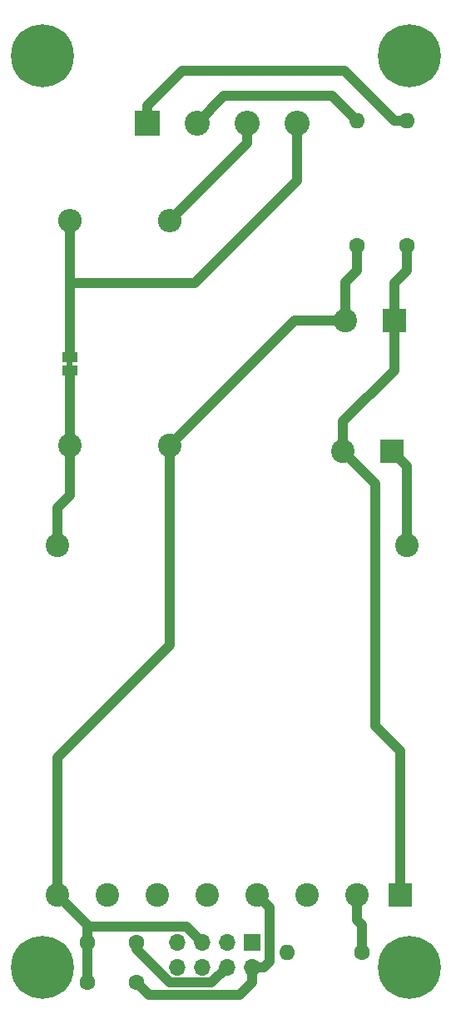
<source format=gbr>
G04 #@! TF.GenerationSoftware,KiCad,Pcbnew,8.0.1*
G04 #@! TF.CreationDate,2024-03-23T11:28:12-07:00*
G04 #@! TF.ProjectId,pbx_ring_gen,7062785f-7269-46e6-975f-67656e2e6b69,2*
G04 #@! TF.SameCoordinates,Original*
G04 #@! TF.FileFunction,Copper,L2,Bot*
G04 #@! TF.FilePolarity,Positive*
%FSLAX46Y46*%
G04 Gerber Fmt 4.6, Leading zero omitted, Abs format (unit mm)*
G04 Created by KiCad (PCBNEW 8.0.1) date 2024-03-23 11:28:12*
%MOMM*%
%LPD*%
G01*
G04 APERTURE LIST*
G04 #@! TA.AperFunction,EtchedComponent*
%ADD10C,0.000000*%
G04 #@! TD*
G04 #@! TA.AperFunction,ComponentPad*
%ADD11R,1.700000X1.700000*%
G04 #@! TD*
G04 #@! TA.AperFunction,ComponentPad*
%ADD12O,1.700000X1.700000*%
G04 #@! TD*
G04 #@! TA.AperFunction,ComponentPad*
%ADD13C,1.600000*%
G04 #@! TD*
G04 #@! TA.AperFunction,ComponentPad*
%ADD14O,1.600000X1.600000*%
G04 #@! TD*
G04 #@! TA.AperFunction,ComponentPad*
%ADD15C,6.400000*%
G04 #@! TD*
G04 #@! TA.AperFunction,ComponentPad*
%ADD16R,2.400000X2.400000*%
G04 #@! TD*
G04 #@! TA.AperFunction,ComponentPad*
%ADD17C,2.400000*%
G04 #@! TD*
G04 #@! TA.AperFunction,ComponentPad*
%ADD18O,2.400000X2.400000*%
G04 #@! TD*
G04 #@! TA.AperFunction,ComponentPad*
%ADD19R,2.550000X2.550000*%
G04 #@! TD*
G04 #@! TA.AperFunction,ComponentPad*
%ADD20C,2.550000*%
G04 #@! TD*
G04 #@! TA.AperFunction,SMDPad,CuDef*
%ADD21R,1.500000X1.000000*%
G04 #@! TD*
G04 #@! TA.AperFunction,Conductor*
%ADD22C,1.000000*%
G04 #@! TD*
G04 APERTURE END LIST*
D10*
G04 #@! TA.AperFunction,EtchedComponent*
G36*
X138730000Y-78340000D02*
G01*
X138130000Y-78340000D01*
X138130000Y-77840000D01*
X138730000Y-77840000D01*
X138730000Y-78340000D01*
G37*
G04 #@! TD.AperFunction*
D11*
X156972000Y-136906000D03*
D12*
X156972000Y-139446000D03*
X154432000Y-136906000D03*
X154432000Y-139446000D03*
X151892000Y-136906000D03*
X151892000Y-139446000D03*
X149352000Y-136906000D03*
X149352000Y-139446000D03*
D13*
X168148000Y-137922000D03*
D14*
X160528000Y-137922000D03*
D15*
X135636000Y-46736000D03*
D16*
X171233959Y-86995000D03*
D17*
X166233959Y-86995000D03*
X148590000Y-86360000D03*
D18*
X148590000Y-63500000D03*
D13*
X140248000Y-140970000D03*
X145248000Y-140970000D03*
D15*
X172974000Y-139446000D03*
D16*
X172085000Y-132080000D03*
D17*
X167640000Y-132080000D03*
X162560000Y-132080000D03*
X157480000Y-132080000D03*
X152400000Y-132080000D03*
X147320000Y-132080000D03*
X142240000Y-132080000D03*
X137160000Y-132080000D03*
X137160000Y-96520000D03*
X172720000Y-96520000D03*
D19*
X146304000Y-53575500D03*
D20*
X151384000Y-53575500D03*
X156464000Y-53575500D03*
X161544000Y-53575500D03*
D15*
X135636000Y-139446000D03*
D13*
X172720000Y-66040000D03*
D14*
X172720000Y-53340000D03*
D13*
X167640000Y-66040000D03*
D14*
X167640000Y-53340000D03*
D15*
X172974000Y-46736000D03*
D16*
X171450000Y-73660000D03*
D17*
X166450000Y-73660000D03*
D13*
X140248000Y-136906000D03*
X145248000Y-136906000D03*
D17*
X138430000Y-86360000D03*
D18*
X138430000Y-63500000D03*
D21*
X138430000Y-78740000D03*
X138430000Y-77440000D03*
D22*
X146304000Y-51816000D02*
X146304000Y-53575500D01*
X171450000Y-53340000D02*
X166370000Y-48260000D01*
X149860000Y-48260000D02*
X146304000Y-51816000D01*
X172720000Y-53340000D02*
X171450000Y-53340000D01*
X166370000Y-48260000D02*
X149860000Y-48260000D01*
X165100000Y-50800000D02*
X154159500Y-50800000D01*
X154159500Y-50800000D02*
X151384000Y-53575500D01*
X167640000Y-53340000D02*
X165100000Y-50800000D01*
X167640000Y-134620000D02*
X167640000Y-132080000D01*
X168148000Y-137922000D02*
X168148000Y-135128000D01*
X168148000Y-135128000D02*
X167640000Y-134620000D01*
X155702000Y-142240000D02*
X156972000Y-140970000D01*
X158750000Y-133350000D02*
X157480000Y-132080000D01*
X146518000Y-142240000D02*
X155702000Y-142240000D01*
X156972000Y-140970000D02*
X156972000Y-139446000D01*
X158174081Y-139446000D02*
X158750000Y-138870081D01*
X145248000Y-140970000D02*
X146518000Y-142240000D01*
X156972000Y-139446000D02*
X158174081Y-139446000D01*
X158750000Y-138870081D02*
X158750000Y-133350000D01*
X152878800Y-140999200D02*
X148619200Y-140999200D01*
X154432000Y-139446000D02*
X152878800Y-140999200D01*
X148619200Y-140999200D02*
X145248000Y-137628000D01*
X145248000Y-137628000D02*
X145248000Y-136906000D01*
X156464000Y-55626000D02*
X156464000Y-53575500D01*
X148590000Y-63500000D02*
X156464000Y-55626000D01*
X172720000Y-88481041D02*
X171233959Y-86995000D01*
X172720000Y-96520000D02*
X172720000Y-88481041D01*
X137160000Y-118110000D02*
X137160000Y-132080000D01*
X166450000Y-69770000D02*
X166450000Y-73660000D01*
X140248000Y-136906000D02*
X140248000Y-140970000D01*
X140491200Y-135352800D02*
X140248000Y-135596000D01*
X140248000Y-135596000D02*
X140248000Y-136906000D01*
X140432800Y-135352800D02*
X141801200Y-135352800D01*
X148590000Y-106680000D02*
X137160000Y-118110000D01*
X167640000Y-66040000D02*
X167640000Y-68580000D01*
X141801200Y-135352800D02*
X140491200Y-135352800D01*
X148590000Y-86360000D02*
X148590000Y-106680000D01*
X167640000Y-68580000D02*
X166450000Y-69770000D01*
X151892000Y-136906000D02*
X150338800Y-135352800D01*
X148590000Y-86360000D02*
X161290000Y-73660000D01*
X150338800Y-135352800D02*
X141801200Y-135352800D01*
X161290000Y-73660000D02*
X166450000Y-73660000D01*
X137160000Y-132080000D02*
X140432800Y-135352800D01*
X166233959Y-86995000D02*
X166233959Y-83956041D01*
X169543200Y-114933200D02*
X172085000Y-117475000D01*
X171450000Y-78740000D02*
X171450000Y-69850000D01*
X166233959Y-86995000D02*
X169543200Y-90304241D01*
X169543200Y-90304241D02*
X169543200Y-114933200D01*
X171450000Y-69850000D02*
X172720000Y-68580000D01*
X172085000Y-117475000D02*
X172085000Y-132080000D01*
X172720000Y-68580000D02*
X172720000Y-66040000D01*
X166233959Y-83956041D02*
X171450000Y-78740000D01*
X138430000Y-63500000D02*
X138430000Y-69850000D01*
X138430000Y-69850000D02*
X151130000Y-69850000D01*
X138430000Y-77470000D02*
X138430000Y-63500000D01*
X161544000Y-59436000D02*
X161544000Y-53575500D01*
X151130000Y-69850000D02*
X161544000Y-59436000D01*
X137160000Y-96520000D02*
X137160000Y-92710000D01*
X137160000Y-92710000D02*
X138430000Y-91440000D01*
X138430000Y-91440000D02*
X138430000Y-86360000D01*
X138430000Y-78740000D02*
X138430000Y-85156800D01*
M02*

</source>
